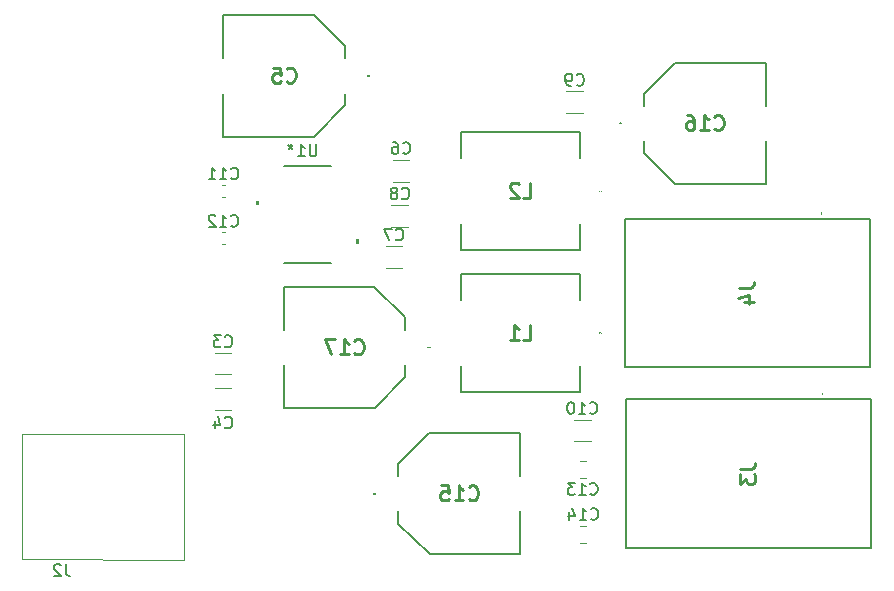
<source format=gbr>
%TF.GenerationSoftware,KiCad,Pcbnew,9.0.2*%
%TF.CreationDate,2025-09-10T19:30:47-05:00*%
%TF.ProjectId,EE101_Board,45453130-315f-4426-9f61-72642e6b6963,rev?*%
%TF.SameCoordinates,Original*%
%TF.FileFunction,Legend,Bot*%
%TF.FilePolarity,Positive*%
%FSLAX46Y46*%
G04 Gerber Fmt 4.6, Leading zero omitted, Abs format (unit mm)*
G04 Created by KiCad (PCBNEW 9.0.2) date 2025-09-10 19:30:47*
%MOMM*%
%LPD*%
G01*
G04 APERTURE LIST*
%ADD10C,0.150000*%
%ADD11C,0.254000*%
%ADD12C,0.152400*%
%ADD13C,0.000000*%
%ADD14C,0.200000*%
%ADD15C,0.100000*%
%ADD16C,0.120000*%
G04 APERTURE END LIST*
D10*
X80732904Y-73054819D02*
X80732904Y-73864342D01*
X80732904Y-73864342D02*
X80685285Y-73959580D01*
X80685285Y-73959580D02*
X80637666Y-74007200D01*
X80637666Y-74007200D02*
X80542428Y-74054819D01*
X80542428Y-74054819D02*
X80351952Y-74054819D01*
X80351952Y-74054819D02*
X80256714Y-74007200D01*
X80256714Y-74007200D02*
X80209095Y-73959580D01*
X80209095Y-73959580D02*
X80161476Y-73864342D01*
X80161476Y-73864342D02*
X80161476Y-73054819D01*
X79161476Y-74054819D02*
X79732904Y-74054819D01*
X79447190Y-74054819D02*
X79447190Y-73054819D01*
X79447190Y-73054819D02*
X79542428Y-73197676D01*
X79542428Y-73197676D02*
X79637666Y-73292914D01*
X79637666Y-73292914D02*
X79732904Y-73340533D01*
X78549999Y-73004819D02*
X78549999Y-73242914D01*
X78788094Y-73147676D02*
X78549999Y-73242914D01*
X78549999Y-73242914D02*
X78311904Y-73147676D01*
X78692856Y-73433390D02*
X78549999Y-73242914D01*
X78549999Y-73242914D02*
X78407142Y-73433390D01*
D11*
X83941428Y-90703365D02*
X84001904Y-90763842D01*
X84001904Y-90763842D02*
X84183333Y-90824318D01*
X84183333Y-90824318D02*
X84304285Y-90824318D01*
X84304285Y-90824318D02*
X84485714Y-90763842D01*
X84485714Y-90763842D02*
X84606666Y-90642889D01*
X84606666Y-90642889D02*
X84667143Y-90521937D01*
X84667143Y-90521937D02*
X84727619Y-90280032D01*
X84727619Y-90280032D02*
X84727619Y-90098603D01*
X84727619Y-90098603D02*
X84667143Y-89856699D01*
X84667143Y-89856699D02*
X84606666Y-89735746D01*
X84606666Y-89735746D02*
X84485714Y-89614794D01*
X84485714Y-89614794D02*
X84304285Y-89554318D01*
X84304285Y-89554318D02*
X84183333Y-89554318D01*
X84183333Y-89554318D02*
X84001904Y-89614794D01*
X84001904Y-89614794D02*
X83941428Y-89675270D01*
X82731904Y-90824318D02*
X83457619Y-90824318D01*
X83094762Y-90824318D02*
X83094762Y-89554318D01*
X83094762Y-89554318D02*
X83215714Y-89735746D01*
X83215714Y-89735746D02*
X83336666Y-89856699D01*
X83336666Y-89856699D02*
X83457619Y-89917175D01*
X82308571Y-89554318D02*
X81461904Y-89554318D01*
X81461904Y-89554318D02*
X82006190Y-90824318D01*
X116529318Y-85226667D02*
X117436461Y-85226667D01*
X117436461Y-85226667D02*
X117617889Y-85166190D01*
X117617889Y-85166190D02*
X117738842Y-85045238D01*
X117738842Y-85045238D02*
X117799318Y-84863809D01*
X117799318Y-84863809D02*
X117799318Y-84742857D01*
X116952651Y-86375714D02*
X117799318Y-86375714D01*
X116468842Y-86073333D02*
X117375984Y-85770952D01*
X117375984Y-85770952D02*
X117375984Y-86557143D01*
D10*
X73505357Y-79929580D02*
X73552976Y-79977200D01*
X73552976Y-79977200D02*
X73695833Y-80024819D01*
X73695833Y-80024819D02*
X73791071Y-80024819D01*
X73791071Y-80024819D02*
X73933928Y-79977200D01*
X73933928Y-79977200D02*
X74029166Y-79881961D01*
X74029166Y-79881961D02*
X74076785Y-79786723D01*
X74076785Y-79786723D02*
X74124404Y-79596247D01*
X74124404Y-79596247D02*
X74124404Y-79453390D01*
X74124404Y-79453390D02*
X74076785Y-79262914D01*
X74076785Y-79262914D02*
X74029166Y-79167676D01*
X74029166Y-79167676D02*
X73933928Y-79072438D01*
X73933928Y-79072438D02*
X73791071Y-79024819D01*
X73791071Y-79024819D02*
X73695833Y-79024819D01*
X73695833Y-79024819D02*
X73552976Y-79072438D01*
X73552976Y-79072438D02*
X73505357Y-79120057D01*
X72552976Y-80024819D02*
X73124404Y-80024819D01*
X72838690Y-80024819D02*
X72838690Y-79024819D01*
X72838690Y-79024819D02*
X72933928Y-79167676D01*
X72933928Y-79167676D02*
X73029166Y-79262914D01*
X73029166Y-79262914D02*
X73124404Y-79310533D01*
X72172023Y-79120057D02*
X72124404Y-79072438D01*
X72124404Y-79072438D02*
X72029166Y-79024819D01*
X72029166Y-79024819D02*
X71791071Y-79024819D01*
X71791071Y-79024819D02*
X71695833Y-79072438D01*
X71695833Y-79072438D02*
X71648214Y-79120057D01*
X71648214Y-79120057D02*
X71600595Y-79215295D01*
X71600595Y-79215295D02*
X71600595Y-79310533D01*
X71600595Y-79310533D02*
X71648214Y-79453390D01*
X71648214Y-79453390D02*
X72219642Y-80024819D01*
X72219642Y-80024819D02*
X71600595Y-80024819D01*
X102766666Y-67984580D02*
X102814285Y-68032200D01*
X102814285Y-68032200D02*
X102957142Y-68079819D01*
X102957142Y-68079819D02*
X103052380Y-68079819D01*
X103052380Y-68079819D02*
X103195237Y-68032200D01*
X103195237Y-68032200D02*
X103290475Y-67936961D01*
X103290475Y-67936961D02*
X103338094Y-67841723D01*
X103338094Y-67841723D02*
X103385713Y-67651247D01*
X103385713Y-67651247D02*
X103385713Y-67508390D01*
X103385713Y-67508390D02*
X103338094Y-67317914D01*
X103338094Y-67317914D02*
X103290475Y-67222676D01*
X103290475Y-67222676D02*
X103195237Y-67127438D01*
X103195237Y-67127438D02*
X103052380Y-67079819D01*
X103052380Y-67079819D02*
X102957142Y-67079819D01*
X102957142Y-67079819D02*
X102814285Y-67127438D01*
X102814285Y-67127438D02*
X102766666Y-67175057D01*
X102290475Y-68079819D02*
X102099999Y-68079819D01*
X102099999Y-68079819D02*
X102004761Y-68032200D01*
X102004761Y-68032200D02*
X101957142Y-67984580D01*
X101957142Y-67984580D02*
X101861904Y-67841723D01*
X101861904Y-67841723D02*
X101814285Y-67651247D01*
X101814285Y-67651247D02*
X101814285Y-67270295D01*
X101814285Y-67270295D02*
X101861904Y-67175057D01*
X101861904Y-67175057D02*
X101909523Y-67127438D01*
X101909523Y-67127438D02*
X102004761Y-67079819D01*
X102004761Y-67079819D02*
X102195237Y-67079819D01*
X102195237Y-67079819D02*
X102290475Y-67127438D01*
X102290475Y-67127438D02*
X102338094Y-67175057D01*
X102338094Y-67175057D02*
X102385713Y-67270295D01*
X102385713Y-67270295D02*
X102385713Y-67508390D01*
X102385713Y-67508390D02*
X102338094Y-67603628D01*
X102338094Y-67603628D02*
X102290475Y-67651247D01*
X102290475Y-67651247D02*
X102195237Y-67698866D01*
X102195237Y-67698866D02*
X102004761Y-67698866D01*
X102004761Y-67698866D02*
X101909523Y-67651247D01*
X101909523Y-67651247D02*
X101861904Y-67603628D01*
X101861904Y-67603628D02*
X101814285Y-67508390D01*
D11*
X93641428Y-103078365D02*
X93701904Y-103138842D01*
X93701904Y-103138842D02*
X93883333Y-103199318D01*
X93883333Y-103199318D02*
X94004285Y-103199318D01*
X94004285Y-103199318D02*
X94185714Y-103138842D01*
X94185714Y-103138842D02*
X94306666Y-103017889D01*
X94306666Y-103017889D02*
X94367143Y-102896937D01*
X94367143Y-102896937D02*
X94427619Y-102655032D01*
X94427619Y-102655032D02*
X94427619Y-102473603D01*
X94427619Y-102473603D02*
X94367143Y-102231699D01*
X94367143Y-102231699D02*
X94306666Y-102110746D01*
X94306666Y-102110746D02*
X94185714Y-101989794D01*
X94185714Y-101989794D02*
X94004285Y-101929318D01*
X94004285Y-101929318D02*
X93883333Y-101929318D01*
X93883333Y-101929318D02*
X93701904Y-101989794D01*
X93701904Y-101989794D02*
X93641428Y-102050270D01*
X92431904Y-103199318D02*
X93157619Y-103199318D01*
X92794762Y-103199318D02*
X92794762Y-101929318D01*
X92794762Y-101929318D02*
X92915714Y-102110746D01*
X92915714Y-102110746D02*
X93036666Y-102231699D01*
X93036666Y-102231699D02*
X93157619Y-102292175D01*
X91282857Y-101929318D02*
X91887619Y-101929318D01*
X91887619Y-101929318D02*
X91948095Y-102534080D01*
X91948095Y-102534080D02*
X91887619Y-102473603D01*
X91887619Y-102473603D02*
X91766666Y-102413127D01*
X91766666Y-102413127D02*
X91464285Y-102413127D01*
X91464285Y-102413127D02*
X91343333Y-102473603D01*
X91343333Y-102473603D02*
X91282857Y-102534080D01*
X91282857Y-102534080D02*
X91222380Y-102655032D01*
X91222380Y-102655032D02*
X91222380Y-102957413D01*
X91222380Y-102957413D02*
X91282857Y-103078365D01*
X91282857Y-103078365D02*
X91343333Y-103138842D01*
X91343333Y-103138842D02*
X91464285Y-103199318D01*
X91464285Y-103199318D02*
X91766666Y-103199318D01*
X91766666Y-103199318D02*
X91887619Y-103138842D01*
X91887619Y-103138842D02*
X91948095Y-103078365D01*
D10*
X103892857Y-95784580D02*
X103940476Y-95832200D01*
X103940476Y-95832200D02*
X104083333Y-95879819D01*
X104083333Y-95879819D02*
X104178571Y-95879819D01*
X104178571Y-95879819D02*
X104321428Y-95832200D01*
X104321428Y-95832200D02*
X104416666Y-95736961D01*
X104416666Y-95736961D02*
X104464285Y-95641723D01*
X104464285Y-95641723D02*
X104511904Y-95451247D01*
X104511904Y-95451247D02*
X104511904Y-95308390D01*
X104511904Y-95308390D02*
X104464285Y-95117914D01*
X104464285Y-95117914D02*
X104416666Y-95022676D01*
X104416666Y-95022676D02*
X104321428Y-94927438D01*
X104321428Y-94927438D02*
X104178571Y-94879819D01*
X104178571Y-94879819D02*
X104083333Y-94879819D01*
X104083333Y-94879819D02*
X103940476Y-94927438D01*
X103940476Y-94927438D02*
X103892857Y-94975057D01*
X102940476Y-95879819D02*
X103511904Y-95879819D01*
X103226190Y-95879819D02*
X103226190Y-94879819D01*
X103226190Y-94879819D02*
X103321428Y-95022676D01*
X103321428Y-95022676D02*
X103416666Y-95117914D01*
X103416666Y-95117914D02*
X103511904Y-95165533D01*
X102321428Y-94879819D02*
X102226190Y-94879819D01*
X102226190Y-94879819D02*
X102130952Y-94927438D01*
X102130952Y-94927438D02*
X102083333Y-94975057D01*
X102083333Y-94975057D02*
X102035714Y-95070295D01*
X102035714Y-95070295D02*
X101988095Y-95260771D01*
X101988095Y-95260771D02*
X101988095Y-95498866D01*
X101988095Y-95498866D02*
X102035714Y-95689342D01*
X102035714Y-95689342D02*
X102083333Y-95784580D01*
X102083333Y-95784580D02*
X102130952Y-95832200D01*
X102130952Y-95832200D02*
X102226190Y-95879819D01*
X102226190Y-95879819D02*
X102321428Y-95879819D01*
X102321428Y-95879819D02*
X102416666Y-95832200D01*
X102416666Y-95832200D02*
X102464285Y-95784580D01*
X102464285Y-95784580D02*
X102511904Y-95689342D01*
X102511904Y-95689342D02*
X102559523Y-95498866D01*
X102559523Y-95498866D02*
X102559523Y-95260771D01*
X102559523Y-95260771D02*
X102511904Y-95070295D01*
X102511904Y-95070295D02*
X102464285Y-94975057D01*
X102464285Y-94975057D02*
X102416666Y-94927438D01*
X102416666Y-94927438D02*
X102321428Y-94879819D01*
X72991666Y-90134580D02*
X73039285Y-90182200D01*
X73039285Y-90182200D02*
X73182142Y-90229819D01*
X73182142Y-90229819D02*
X73277380Y-90229819D01*
X73277380Y-90229819D02*
X73420237Y-90182200D01*
X73420237Y-90182200D02*
X73515475Y-90086961D01*
X73515475Y-90086961D02*
X73563094Y-89991723D01*
X73563094Y-89991723D02*
X73610713Y-89801247D01*
X73610713Y-89801247D02*
X73610713Y-89658390D01*
X73610713Y-89658390D02*
X73563094Y-89467914D01*
X73563094Y-89467914D02*
X73515475Y-89372676D01*
X73515475Y-89372676D02*
X73420237Y-89277438D01*
X73420237Y-89277438D02*
X73277380Y-89229819D01*
X73277380Y-89229819D02*
X73182142Y-89229819D01*
X73182142Y-89229819D02*
X73039285Y-89277438D01*
X73039285Y-89277438D02*
X72991666Y-89325057D01*
X72658332Y-89229819D02*
X72039285Y-89229819D01*
X72039285Y-89229819D02*
X72372618Y-89610771D01*
X72372618Y-89610771D02*
X72229761Y-89610771D01*
X72229761Y-89610771D02*
X72134523Y-89658390D01*
X72134523Y-89658390D02*
X72086904Y-89706009D01*
X72086904Y-89706009D02*
X72039285Y-89801247D01*
X72039285Y-89801247D02*
X72039285Y-90039342D01*
X72039285Y-90039342D02*
X72086904Y-90134580D01*
X72086904Y-90134580D02*
X72134523Y-90182200D01*
X72134523Y-90182200D02*
X72229761Y-90229819D01*
X72229761Y-90229819D02*
X72515475Y-90229819D01*
X72515475Y-90229819D02*
X72610713Y-90182200D01*
X72610713Y-90182200D02*
X72658332Y-90134580D01*
D11*
X78211666Y-67703365D02*
X78272142Y-67763842D01*
X78272142Y-67763842D02*
X78453571Y-67824318D01*
X78453571Y-67824318D02*
X78574523Y-67824318D01*
X78574523Y-67824318D02*
X78755952Y-67763842D01*
X78755952Y-67763842D02*
X78876904Y-67642889D01*
X78876904Y-67642889D02*
X78937381Y-67521937D01*
X78937381Y-67521937D02*
X78997857Y-67280032D01*
X78997857Y-67280032D02*
X78997857Y-67098603D01*
X78997857Y-67098603D02*
X78937381Y-66856699D01*
X78937381Y-66856699D02*
X78876904Y-66735746D01*
X78876904Y-66735746D02*
X78755952Y-66614794D01*
X78755952Y-66614794D02*
X78574523Y-66554318D01*
X78574523Y-66554318D02*
X78453571Y-66554318D01*
X78453571Y-66554318D02*
X78272142Y-66614794D01*
X78272142Y-66614794D02*
X78211666Y-66675270D01*
X77062619Y-66554318D02*
X77667381Y-66554318D01*
X77667381Y-66554318D02*
X77727857Y-67159080D01*
X77727857Y-67159080D02*
X77667381Y-67098603D01*
X77667381Y-67098603D02*
X77546428Y-67038127D01*
X77546428Y-67038127D02*
X77244047Y-67038127D01*
X77244047Y-67038127D02*
X77123095Y-67098603D01*
X77123095Y-67098603D02*
X77062619Y-67159080D01*
X77062619Y-67159080D02*
X77002142Y-67280032D01*
X77002142Y-67280032D02*
X77002142Y-67582413D01*
X77002142Y-67582413D02*
X77062619Y-67703365D01*
X77062619Y-67703365D02*
X77123095Y-67763842D01*
X77123095Y-67763842D02*
X77244047Y-67824318D01*
X77244047Y-67824318D02*
X77546428Y-67824318D01*
X77546428Y-67824318D02*
X77667381Y-67763842D01*
X77667381Y-67763842D02*
X77727857Y-67703365D01*
X98211666Y-77574318D02*
X98816428Y-77574318D01*
X98816428Y-77574318D02*
X98816428Y-76304318D01*
X97848809Y-76425270D02*
X97788333Y-76364794D01*
X97788333Y-76364794D02*
X97667380Y-76304318D01*
X97667380Y-76304318D02*
X97364999Y-76304318D01*
X97364999Y-76304318D02*
X97244047Y-76364794D01*
X97244047Y-76364794D02*
X97183571Y-76425270D01*
X97183571Y-76425270D02*
X97123094Y-76546222D01*
X97123094Y-76546222D02*
X97123094Y-76667175D01*
X97123094Y-76667175D02*
X97183571Y-76848603D01*
X97183571Y-76848603D02*
X97909285Y-77574318D01*
X97909285Y-77574318D02*
X97123094Y-77574318D01*
D10*
X72991666Y-97009580D02*
X73039285Y-97057200D01*
X73039285Y-97057200D02*
X73182142Y-97104819D01*
X73182142Y-97104819D02*
X73277380Y-97104819D01*
X73277380Y-97104819D02*
X73420237Y-97057200D01*
X73420237Y-97057200D02*
X73515475Y-96961961D01*
X73515475Y-96961961D02*
X73563094Y-96866723D01*
X73563094Y-96866723D02*
X73610713Y-96676247D01*
X73610713Y-96676247D02*
X73610713Y-96533390D01*
X73610713Y-96533390D02*
X73563094Y-96342914D01*
X73563094Y-96342914D02*
X73515475Y-96247676D01*
X73515475Y-96247676D02*
X73420237Y-96152438D01*
X73420237Y-96152438D02*
X73277380Y-96104819D01*
X73277380Y-96104819D02*
X73182142Y-96104819D01*
X73182142Y-96104819D02*
X73039285Y-96152438D01*
X73039285Y-96152438D02*
X72991666Y-96200057D01*
X72134523Y-96438152D02*
X72134523Y-97104819D01*
X72372618Y-96057200D02*
X72610713Y-96771485D01*
X72610713Y-96771485D02*
X71991666Y-96771485D01*
X88066666Y-73759580D02*
X88114285Y-73807200D01*
X88114285Y-73807200D02*
X88257142Y-73854819D01*
X88257142Y-73854819D02*
X88352380Y-73854819D01*
X88352380Y-73854819D02*
X88495237Y-73807200D01*
X88495237Y-73807200D02*
X88590475Y-73711961D01*
X88590475Y-73711961D02*
X88638094Y-73616723D01*
X88638094Y-73616723D02*
X88685713Y-73426247D01*
X88685713Y-73426247D02*
X88685713Y-73283390D01*
X88685713Y-73283390D02*
X88638094Y-73092914D01*
X88638094Y-73092914D02*
X88590475Y-72997676D01*
X88590475Y-72997676D02*
X88495237Y-72902438D01*
X88495237Y-72902438D02*
X88352380Y-72854819D01*
X88352380Y-72854819D02*
X88257142Y-72854819D01*
X88257142Y-72854819D02*
X88114285Y-72902438D01*
X88114285Y-72902438D02*
X88066666Y-72950057D01*
X87209523Y-72854819D02*
X87399999Y-72854819D01*
X87399999Y-72854819D02*
X87495237Y-72902438D01*
X87495237Y-72902438D02*
X87542856Y-72950057D01*
X87542856Y-72950057D02*
X87638094Y-73092914D01*
X87638094Y-73092914D02*
X87685713Y-73283390D01*
X87685713Y-73283390D02*
X87685713Y-73664342D01*
X87685713Y-73664342D02*
X87638094Y-73759580D01*
X87638094Y-73759580D02*
X87590475Y-73807200D01*
X87590475Y-73807200D02*
X87495237Y-73854819D01*
X87495237Y-73854819D02*
X87304761Y-73854819D01*
X87304761Y-73854819D02*
X87209523Y-73807200D01*
X87209523Y-73807200D02*
X87161904Y-73759580D01*
X87161904Y-73759580D02*
X87114285Y-73664342D01*
X87114285Y-73664342D02*
X87114285Y-73426247D01*
X87114285Y-73426247D02*
X87161904Y-73331009D01*
X87161904Y-73331009D02*
X87209523Y-73283390D01*
X87209523Y-73283390D02*
X87304761Y-73235771D01*
X87304761Y-73235771D02*
X87495237Y-73235771D01*
X87495237Y-73235771D02*
X87590475Y-73283390D01*
X87590475Y-73283390D02*
X87638094Y-73331009D01*
X87638094Y-73331009D02*
X87685713Y-73426247D01*
X87466666Y-81084580D02*
X87514285Y-81132200D01*
X87514285Y-81132200D02*
X87657142Y-81179819D01*
X87657142Y-81179819D02*
X87752380Y-81179819D01*
X87752380Y-81179819D02*
X87895237Y-81132200D01*
X87895237Y-81132200D02*
X87990475Y-81036961D01*
X87990475Y-81036961D02*
X88038094Y-80941723D01*
X88038094Y-80941723D02*
X88085713Y-80751247D01*
X88085713Y-80751247D02*
X88085713Y-80608390D01*
X88085713Y-80608390D02*
X88038094Y-80417914D01*
X88038094Y-80417914D02*
X87990475Y-80322676D01*
X87990475Y-80322676D02*
X87895237Y-80227438D01*
X87895237Y-80227438D02*
X87752380Y-80179819D01*
X87752380Y-80179819D02*
X87657142Y-80179819D01*
X87657142Y-80179819D02*
X87514285Y-80227438D01*
X87514285Y-80227438D02*
X87466666Y-80275057D01*
X87133332Y-80179819D02*
X86466666Y-80179819D01*
X86466666Y-80179819D02*
X86895237Y-81179819D01*
D11*
X98211666Y-89574318D02*
X98816428Y-89574318D01*
X98816428Y-89574318D02*
X98816428Y-88304318D01*
X97123094Y-89574318D02*
X97848809Y-89574318D01*
X97485952Y-89574318D02*
X97485952Y-88304318D01*
X97485952Y-88304318D02*
X97606904Y-88485746D01*
X97606904Y-88485746D02*
X97727856Y-88606699D01*
X97727856Y-88606699D02*
X97848809Y-88667175D01*
D10*
X103967857Y-104754580D02*
X104015476Y-104802200D01*
X104015476Y-104802200D02*
X104158333Y-104849819D01*
X104158333Y-104849819D02*
X104253571Y-104849819D01*
X104253571Y-104849819D02*
X104396428Y-104802200D01*
X104396428Y-104802200D02*
X104491666Y-104706961D01*
X104491666Y-104706961D02*
X104539285Y-104611723D01*
X104539285Y-104611723D02*
X104586904Y-104421247D01*
X104586904Y-104421247D02*
X104586904Y-104278390D01*
X104586904Y-104278390D02*
X104539285Y-104087914D01*
X104539285Y-104087914D02*
X104491666Y-103992676D01*
X104491666Y-103992676D02*
X104396428Y-103897438D01*
X104396428Y-103897438D02*
X104253571Y-103849819D01*
X104253571Y-103849819D02*
X104158333Y-103849819D01*
X104158333Y-103849819D02*
X104015476Y-103897438D01*
X104015476Y-103897438D02*
X103967857Y-103945057D01*
X103015476Y-104849819D02*
X103586904Y-104849819D01*
X103301190Y-104849819D02*
X103301190Y-103849819D01*
X103301190Y-103849819D02*
X103396428Y-103992676D01*
X103396428Y-103992676D02*
X103491666Y-104087914D01*
X103491666Y-104087914D02*
X103586904Y-104135533D01*
X102158333Y-104183152D02*
X102158333Y-104849819D01*
X102396428Y-103802200D02*
X102634523Y-104516485D01*
X102634523Y-104516485D02*
X102015476Y-104516485D01*
D11*
X116629318Y-100501667D02*
X117536461Y-100501667D01*
X117536461Y-100501667D02*
X117717889Y-100441190D01*
X117717889Y-100441190D02*
X117838842Y-100320238D01*
X117838842Y-100320238D02*
X117899318Y-100138809D01*
X117899318Y-100138809D02*
X117899318Y-100017857D01*
X116629318Y-100985476D02*
X116629318Y-101771667D01*
X116629318Y-101771667D02*
X117113127Y-101348333D01*
X117113127Y-101348333D02*
X117113127Y-101529762D01*
X117113127Y-101529762D02*
X117173603Y-101650714D01*
X117173603Y-101650714D02*
X117234080Y-101711190D01*
X117234080Y-101711190D02*
X117355032Y-101771667D01*
X117355032Y-101771667D02*
X117657413Y-101771667D01*
X117657413Y-101771667D02*
X117778365Y-101711190D01*
X117778365Y-101711190D02*
X117838842Y-101650714D01*
X117838842Y-101650714D02*
X117899318Y-101529762D01*
X117899318Y-101529762D02*
X117899318Y-101166905D01*
X117899318Y-101166905D02*
X117838842Y-101045952D01*
X117838842Y-101045952D02*
X117778365Y-100985476D01*
D10*
X87966666Y-77609580D02*
X88014285Y-77657200D01*
X88014285Y-77657200D02*
X88157142Y-77704819D01*
X88157142Y-77704819D02*
X88252380Y-77704819D01*
X88252380Y-77704819D02*
X88395237Y-77657200D01*
X88395237Y-77657200D02*
X88490475Y-77561961D01*
X88490475Y-77561961D02*
X88538094Y-77466723D01*
X88538094Y-77466723D02*
X88585713Y-77276247D01*
X88585713Y-77276247D02*
X88585713Y-77133390D01*
X88585713Y-77133390D02*
X88538094Y-76942914D01*
X88538094Y-76942914D02*
X88490475Y-76847676D01*
X88490475Y-76847676D02*
X88395237Y-76752438D01*
X88395237Y-76752438D02*
X88252380Y-76704819D01*
X88252380Y-76704819D02*
X88157142Y-76704819D01*
X88157142Y-76704819D02*
X88014285Y-76752438D01*
X88014285Y-76752438D02*
X87966666Y-76800057D01*
X87395237Y-77133390D02*
X87490475Y-77085771D01*
X87490475Y-77085771D02*
X87538094Y-77038152D01*
X87538094Y-77038152D02*
X87585713Y-76942914D01*
X87585713Y-76942914D02*
X87585713Y-76895295D01*
X87585713Y-76895295D02*
X87538094Y-76800057D01*
X87538094Y-76800057D02*
X87490475Y-76752438D01*
X87490475Y-76752438D02*
X87395237Y-76704819D01*
X87395237Y-76704819D02*
X87204761Y-76704819D01*
X87204761Y-76704819D02*
X87109523Y-76752438D01*
X87109523Y-76752438D02*
X87061904Y-76800057D01*
X87061904Y-76800057D02*
X87014285Y-76895295D01*
X87014285Y-76895295D02*
X87014285Y-76942914D01*
X87014285Y-76942914D02*
X87061904Y-77038152D01*
X87061904Y-77038152D02*
X87109523Y-77085771D01*
X87109523Y-77085771D02*
X87204761Y-77133390D01*
X87204761Y-77133390D02*
X87395237Y-77133390D01*
X87395237Y-77133390D02*
X87490475Y-77181009D01*
X87490475Y-77181009D02*
X87538094Y-77228628D01*
X87538094Y-77228628D02*
X87585713Y-77323866D01*
X87585713Y-77323866D02*
X87585713Y-77514342D01*
X87585713Y-77514342D02*
X87538094Y-77609580D01*
X87538094Y-77609580D02*
X87490475Y-77657200D01*
X87490475Y-77657200D02*
X87395237Y-77704819D01*
X87395237Y-77704819D02*
X87204761Y-77704819D01*
X87204761Y-77704819D02*
X87109523Y-77657200D01*
X87109523Y-77657200D02*
X87061904Y-77609580D01*
X87061904Y-77609580D02*
X87014285Y-77514342D01*
X87014285Y-77514342D02*
X87014285Y-77323866D01*
X87014285Y-77323866D02*
X87061904Y-77228628D01*
X87061904Y-77228628D02*
X87109523Y-77181009D01*
X87109523Y-77181009D02*
X87204761Y-77133390D01*
X73505357Y-75929580D02*
X73552976Y-75977200D01*
X73552976Y-75977200D02*
X73695833Y-76024819D01*
X73695833Y-76024819D02*
X73791071Y-76024819D01*
X73791071Y-76024819D02*
X73933928Y-75977200D01*
X73933928Y-75977200D02*
X74029166Y-75881961D01*
X74029166Y-75881961D02*
X74076785Y-75786723D01*
X74076785Y-75786723D02*
X74124404Y-75596247D01*
X74124404Y-75596247D02*
X74124404Y-75453390D01*
X74124404Y-75453390D02*
X74076785Y-75262914D01*
X74076785Y-75262914D02*
X74029166Y-75167676D01*
X74029166Y-75167676D02*
X73933928Y-75072438D01*
X73933928Y-75072438D02*
X73791071Y-75024819D01*
X73791071Y-75024819D02*
X73695833Y-75024819D01*
X73695833Y-75024819D02*
X73552976Y-75072438D01*
X73552976Y-75072438D02*
X73505357Y-75120057D01*
X72552976Y-76024819D02*
X73124404Y-76024819D01*
X72838690Y-76024819D02*
X72838690Y-75024819D01*
X72838690Y-75024819D02*
X72933928Y-75167676D01*
X72933928Y-75167676D02*
X73029166Y-75262914D01*
X73029166Y-75262914D02*
X73124404Y-75310533D01*
X71600595Y-76024819D02*
X72172023Y-76024819D01*
X71886309Y-76024819D02*
X71886309Y-75024819D01*
X71886309Y-75024819D02*
X71981547Y-75167676D01*
X71981547Y-75167676D02*
X72076785Y-75262914D01*
X72076785Y-75262914D02*
X72172023Y-75310533D01*
D11*
X114441428Y-71728365D02*
X114501904Y-71788842D01*
X114501904Y-71788842D02*
X114683333Y-71849318D01*
X114683333Y-71849318D02*
X114804285Y-71849318D01*
X114804285Y-71849318D02*
X114985714Y-71788842D01*
X114985714Y-71788842D02*
X115106666Y-71667889D01*
X115106666Y-71667889D02*
X115167143Y-71546937D01*
X115167143Y-71546937D02*
X115227619Y-71305032D01*
X115227619Y-71305032D02*
X115227619Y-71123603D01*
X115227619Y-71123603D02*
X115167143Y-70881699D01*
X115167143Y-70881699D02*
X115106666Y-70760746D01*
X115106666Y-70760746D02*
X114985714Y-70639794D01*
X114985714Y-70639794D02*
X114804285Y-70579318D01*
X114804285Y-70579318D02*
X114683333Y-70579318D01*
X114683333Y-70579318D02*
X114501904Y-70639794D01*
X114501904Y-70639794D02*
X114441428Y-70700270D01*
X113231904Y-71849318D02*
X113957619Y-71849318D01*
X113594762Y-71849318D02*
X113594762Y-70579318D01*
X113594762Y-70579318D02*
X113715714Y-70760746D01*
X113715714Y-70760746D02*
X113836666Y-70881699D01*
X113836666Y-70881699D02*
X113957619Y-70942175D01*
X112143333Y-70579318D02*
X112385238Y-70579318D01*
X112385238Y-70579318D02*
X112506190Y-70639794D01*
X112506190Y-70639794D02*
X112566666Y-70700270D01*
X112566666Y-70700270D02*
X112687619Y-70881699D01*
X112687619Y-70881699D02*
X112748095Y-71123603D01*
X112748095Y-71123603D02*
X112748095Y-71607413D01*
X112748095Y-71607413D02*
X112687619Y-71728365D01*
X112687619Y-71728365D02*
X112627142Y-71788842D01*
X112627142Y-71788842D02*
X112506190Y-71849318D01*
X112506190Y-71849318D02*
X112264285Y-71849318D01*
X112264285Y-71849318D02*
X112143333Y-71788842D01*
X112143333Y-71788842D02*
X112082857Y-71728365D01*
X112082857Y-71728365D02*
X112022380Y-71607413D01*
X112022380Y-71607413D02*
X112022380Y-71305032D01*
X112022380Y-71305032D02*
X112082857Y-71184080D01*
X112082857Y-71184080D02*
X112143333Y-71123603D01*
X112143333Y-71123603D02*
X112264285Y-71063127D01*
X112264285Y-71063127D02*
X112506190Y-71063127D01*
X112506190Y-71063127D02*
X112627142Y-71123603D01*
X112627142Y-71123603D02*
X112687619Y-71184080D01*
X112687619Y-71184080D02*
X112748095Y-71305032D01*
D10*
X103917857Y-102614580D02*
X103965476Y-102662200D01*
X103965476Y-102662200D02*
X104108333Y-102709819D01*
X104108333Y-102709819D02*
X104203571Y-102709819D01*
X104203571Y-102709819D02*
X104346428Y-102662200D01*
X104346428Y-102662200D02*
X104441666Y-102566961D01*
X104441666Y-102566961D02*
X104489285Y-102471723D01*
X104489285Y-102471723D02*
X104536904Y-102281247D01*
X104536904Y-102281247D02*
X104536904Y-102138390D01*
X104536904Y-102138390D02*
X104489285Y-101947914D01*
X104489285Y-101947914D02*
X104441666Y-101852676D01*
X104441666Y-101852676D02*
X104346428Y-101757438D01*
X104346428Y-101757438D02*
X104203571Y-101709819D01*
X104203571Y-101709819D02*
X104108333Y-101709819D01*
X104108333Y-101709819D02*
X103965476Y-101757438D01*
X103965476Y-101757438D02*
X103917857Y-101805057D01*
X102965476Y-102709819D02*
X103536904Y-102709819D01*
X103251190Y-102709819D02*
X103251190Y-101709819D01*
X103251190Y-101709819D02*
X103346428Y-101852676D01*
X103346428Y-101852676D02*
X103441666Y-101947914D01*
X103441666Y-101947914D02*
X103536904Y-101995533D01*
X102632142Y-101709819D02*
X102013095Y-101709819D01*
X102013095Y-101709819D02*
X102346428Y-102090771D01*
X102346428Y-102090771D02*
X102203571Y-102090771D01*
X102203571Y-102090771D02*
X102108333Y-102138390D01*
X102108333Y-102138390D02*
X102060714Y-102186009D01*
X102060714Y-102186009D02*
X102013095Y-102281247D01*
X102013095Y-102281247D02*
X102013095Y-102519342D01*
X102013095Y-102519342D02*
X102060714Y-102614580D01*
X102060714Y-102614580D02*
X102108333Y-102662200D01*
X102108333Y-102662200D02*
X102203571Y-102709819D01*
X102203571Y-102709819D02*
X102489285Y-102709819D01*
X102489285Y-102709819D02*
X102584523Y-102662200D01*
X102584523Y-102662200D02*
X102632142Y-102614580D01*
X59504376Y-108598693D02*
X59504376Y-109314109D01*
X59504376Y-109314109D02*
X59552070Y-109457193D01*
X59552070Y-109457193D02*
X59647459Y-109552582D01*
X59647459Y-109552582D02*
X59790542Y-109600276D01*
X59790542Y-109600276D02*
X59885931Y-109600276D01*
X59075126Y-108694082D02*
X59027431Y-108646387D01*
X59027431Y-108646387D02*
X58932043Y-108598693D01*
X58932043Y-108598693D02*
X58693570Y-108598693D01*
X58693570Y-108598693D02*
X58598182Y-108646387D01*
X58598182Y-108646387D02*
X58550487Y-108694082D01*
X58550487Y-108694082D02*
X58502793Y-108789471D01*
X58502793Y-108789471D02*
X58502793Y-108884860D01*
X58502793Y-108884860D02*
X58550487Y-109027943D01*
X58550487Y-109027943D02*
X59122820Y-109600276D01*
X59122820Y-109600276D02*
X58502793Y-109600276D01*
D12*
%TO.C,U1*%
X81986261Y-83076700D02*
X77955739Y-83076700D01*
X77955739Y-74923300D02*
X81986261Y-74923300D01*
D13*
G36*
X84330999Y-81465540D02*
G01*
X84076999Y-81465540D01*
X84076999Y-81084540D01*
X84330999Y-81084540D01*
X84330999Y-81465540D01*
G37*
G36*
X75865001Y-78215483D02*
G01*
X75611001Y-78215483D01*
X75611001Y-77834483D01*
X75865001Y-77834483D01*
X75865001Y-78215483D01*
G37*
D14*
%TO.C,C17*%
X90325000Y-90250000D02*
G75*
G02*
X90225000Y-90250000I-50000J0D01*
G01*
X90325000Y-90250000D02*
G75*
G02*
X90225000Y-90250000I-50000J0D01*
G01*
X90225000Y-90250000D02*
G75*
G02*
X90325000Y-90250000I50000J0D01*
G01*
X90325000Y-90250000D02*
X90325000Y-90250000D01*
X90325000Y-90250000D02*
X90325000Y-90250000D01*
X90225000Y-90250000D02*
X90225000Y-90250000D01*
X88275000Y-92750000D02*
X85665000Y-95400000D01*
X88275000Y-91750000D02*
X88275000Y-92750000D01*
X88275000Y-87710000D02*
X88275000Y-88750000D01*
X85665000Y-95400000D02*
X77975000Y-95400000D01*
X85625000Y-85100000D02*
X88275000Y-87710000D01*
X77975000Y-95400000D02*
X77975000Y-91750000D01*
X77975000Y-88750000D02*
X77975000Y-85100000D01*
X77975000Y-85100000D02*
X85625000Y-85100000D01*
%TO.C,J4*%
X106825000Y-79375000D02*
X106825000Y-91925000D01*
X106825000Y-91925000D02*
X127625000Y-91925000D01*
D15*
X123475000Y-78825000D02*
X123475000Y-78825000D01*
X123475000Y-78925000D02*
X123475000Y-78925000D01*
D14*
X127625000Y-79375000D02*
X106825000Y-79375000D01*
X127625000Y-91925000D02*
X127625000Y-79375000D01*
D15*
X123475000Y-78825000D02*
G75*
G02*
X123475000Y-78925000I0J-50000D01*
G01*
X123475000Y-78925000D02*
G75*
G02*
X123475000Y-78825000I0J50000D01*
G01*
D16*
%TO.C,C12*%
X73008767Y-80490000D02*
X72716233Y-80490000D01*
X73008767Y-81510000D02*
X72716233Y-81510000D01*
%TO.C,C9*%
X103311252Y-68565000D02*
X101888748Y-68565000D01*
X103311252Y-70385000D02*
X101888748Y-70385000D01*
D14*
%TO.C,C15*%
X85625000Y-102625000D02*
X85625000Y-102625000D01*
X85625000Y-102625000D02*
X85625000Y-102625000D01*
X85725000Y-102625000D02*
X85725000Y-102625000D01*
X87675000Y-100125000D02*
X90285000Y-97475000D01*
X87675000Y-101125000D02*
X87675000Y-100125000D01*
X87675000Y-105165000D02*
X87675000Y-104125000D01*
X90285000Y-97475000D02*
X97975000Y-97475000D01*
X90325000Y-107775000D02*
X87675000Y-105165000D01*
X97975000Y-97475000D02*
X97975000Y-101125000D01*
X97975000Y-104125000D02*
X97975000Y-107775000D01*
X97975000Y-107775000D02*
X90325000Y-107775000D01*
X85625000Y-102625000D02*
G75*
G02*
X85725000Y-102625000I50000J0D01*
G01*
X85625000Y-102625000D02*
G75*
G02*
X85725000Y-102625000I50000J0D01*
G01*
X85725000Y-102625000D02*
G75*
G02*
X85625000Y-102625000I-50000J0D01*
G01*
D16*
%TO.C,C10*%
X103961252Y-96365000D02*
X102538748Y-96365000D01*
X103961252Y-98185000D02*
X102538748Y-98185000D01*
%TO.C,C3*%
X73536252Y-90715000D02*
X72113748Y-90715000D01*
X73536252Y-92535000D02*
X72113748Y-92535000D01*
D14*
%TO.C,C5*%
X72850000Y-62100000D02*
X80500000Y-62100000D01*
X72850000Y-65750000D02*
X72850000Y-62100000D01*
X72850000Y-72400000D02*
X72850000Y-68750000D01*
X80500000Y-62100000D02*
X83150000Y-64710000D01*
X80540000Y-72400000D02*
X72850000Y-72400000D01*
X83150000Y-64710000D02*
X83150000Y-65750000D01*
X83150000Y-68750000D02*
X83150000Y-69750000D01*
X83150000Y-69750000D02*
X80540000Y-72400000D01*
X85100000Y-67250000D02*
X85100000Y-67250000D01*
X85200000Y-67250000D02*
X85200000Y-67250000D01*
X85200000Y-67250000D02*
X85200000Y-67250000D01*
X85100000Y-67250000D02*
G75*
G02*
X85200000Y-67250000I50000J0D01*
G01*
X85200000Y-67250000D02*
G75*
G02*
X85100000Y-67250000I-50000J0D01*
G01*
X85200000Y-67250000D02*
G75*
G02*
X85100000Y-67250000I-50000J0D01*
G01*
%TO.C,L2*%
X92950000Y-72000000D02*
X92950000Y-74200000D01*
X92950000Y-79800000D02*
X92950000Y-82000000D01*
X92950000Y-82000000D02*
X103050000Y-82000000D01*
X103050000Y-72000000D02*
X92950000Y-72000000D01*
X103050000Y-74200000D02*
X103050000Y-72000000D01*
X103050000Y-82000000D02*
X103050000Y-79800000D01*
D15*
X104700000Y-77000000D02*
X104700000Y-77000000D01*
X104800000Y-77000000D02*
X104800000Y-77000000D01*
X104700000Y-77000000D02*
G75*
G02*
X104800000Y-77000000I50000J0D01*
G01*
X104800000Y-77000000D02*
G75*
G02*
X104700000Y-77000000I-50000J0D01*
G01*
D16*
%TO.C,C4*%
X73536252Y-93715000D02*
X72113748Y-93715000D01*
X73536252Y-95535000D02*
X72113748Y-95535000D01*
%TO.C,C6*%
X87188748Y-74390000D02*
X88611252Y-74390000D01*
X87188748Y-76210000D02*
X88611252Y-76210000D01*
%TO.C,C7*%
X88011252Y-81665000D02*
X86588748Y-81665000D01*
X88011252Y-83485000D02*
X86588748Y-83485000D01*
D14*
%TO.C,L1*%
X92950000Y-84000000D02*
X92950000Y-86200000D01*
X92950000Y-91800000D02*
X92950000Y-94000000D01*
X92950000Y-94000000D02*
X103050000Y-94000000D01*
X103050000Y-84000000D02*
X92950000Y-84000000D01*
X103050000Y-86200000D02*
X103050000Y-84000000D01*
X103050000Y-94000000D02*
X103050000Y-91800000D01*
D15*
X104700000Y-89000000D02*
X104700000Y-89000000D01*
X104800000Y-89000000D02*
X104800000Y-89000000D01*
X104700000Y-89000000D02*
G75*
G02*
X104800000Y-89000000I50000J0D01*
G01*
X104800000Y-89000000D02*
G75*
G02*
X104700000Y-89000000I-50000J0D01*
G01*
D16*
%TO.C,C14*%
X103586252Y-105340000D02*
X103063748Y-105340000D01*
X103586252Y-106810000D02*
X103063748Y-106810000D01*
D14*
%TO.C,J3*%
X106925000Y-94650000D02*
X106925000Y-107200000D01*
X106925000Y-107200000D02*
X127725000Y-107200000D01*
D15*
X123575000Y-94100000D02*
X123575000Y-94100000D01*
X123575000Y-94200000D02*
X123575000Y-94200000D01*
D14*
X127725000Y-94650000D02*
X106925000Y-94650000D01*
X127725000Y-107200000D02*
X127725000Y-94650000D01*
D15*
X123575000Y-94100000D02*
G75*
G02*
X123575000Y-94200000I0J-50000D01*
G01*
X123575000Y-94200000D02*
G75*
G02*
X123575000Y-94100000I0J50000D01*
G01*
D16*
%TO.C,C8*%
X88511252Y-78190000D02*
X87088748Y-78190000D01*
X88511252Y-80010000D02*
X87088748Y-80010000D01*
%TO.C,C11*%
X73008767Y-76490000D02*
X72716233Y-76490000D01*
X73008767Y-77510000D02*
X72716233Y-77510000D01*
D14*
%TO.C,C16*%
X106425000Y-71275000D02*
X106425000Y-71275000D01*
X106425000Y-71275000D02*
X106425000Y-71275000D01*
X106525000Y-71275000D02*
X106525000Y-71275000D01*
X108475000Y-68775000D02*
X111085000Y-66125000D01*
X108475000Y-69775000D02*
X108475000Y-68775000D01*
X108475000Y-73815000D02*
X108475000Y-72775000D01*
X111085000Y-66125000D02*
X118775000Y-66125000D01*
X111125000Y-76425000D02*
X108475000Y-73815000D01*
X118775000Y-66125000D02*
X118775000Y-69775000D01*
X118775000Y-72775000D02*
X118775000Y-76425000D01*
X118775000Y-76425000D02*
X111125000Y-76425000D01*
X106425000Y-71275000D02*
G75*
G02*
X106525000Y-71275000I50000J0D01*
G01*
X106425000Y-71275000D02*
G75*
G02*
X106525000Y-71275000I50000J0D01*
G01*
X106525000Y-71275000D02*
G75*
G02*
X106425000Y-71275000I-50000J0D01*
G01*
D16*
%TO.C,C13*%
X103013748Y-101310000D02*
X103536252Y-101310000D01*
X103013748Y-99840000D02*
X103536252Y-99840000D01*
D15*
%TO.C,J2*%
X55850000Y-97550000D02*
X55800000Y-97550000D01*
X55850000Y-97550000D02*
X55850000Y-108200000D01*
X55850000Y-108200000D02*
X69550000Y-108250000D01*
X69550000Y-97550000D02*
X55850000Y-97550000D01*
X69550000Y-108250000D02*
X69550000Y-97550000D01*
%TD*%
M02*

</source>
